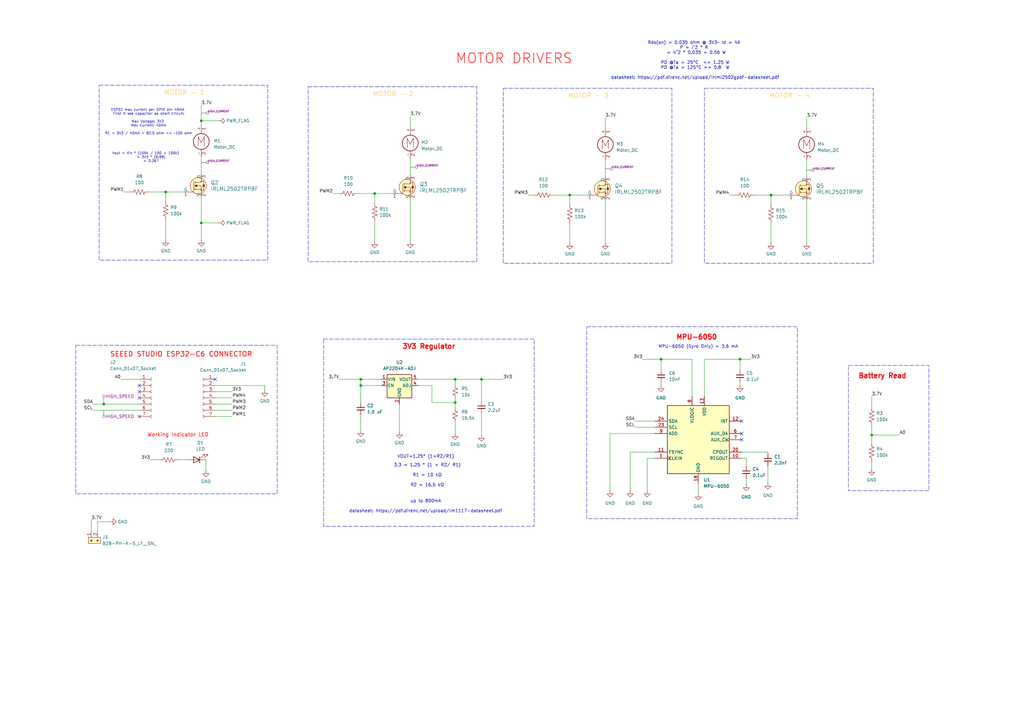
<source format=kicad_sch>
(kicad_sch (version 20250114) (generator "eeschema") (generator_version "9.0")
  (paper "A3")
  (title_block (title "ESP32 Drone ") (company "Atik Electronic") (comment 1 "Emir Kılıçaslan"))
  (lib_symbols
    (symbol "Connector:Conn_01x07_Socket" (pin_names (offset 1.016) (hide yes))
      (property "Reference" "J" (at 0 10.16 0))
      (property "Value" "Conn_01x07_Socket" (at 0 -10.16 0))
      (symbol "Conn_01x07_Socket_1_1"
        (polyline (pts (xy -1.27 7.62) (xy -0.508 7.62)) (stroke (width 0.1524)))
        (polyline (pts (xy -1.27 5.08) (xy -0.508 5.08)) (stroke (width 0.1524)))
        (polyline (pts (xy -1.27 2.54) (xy -0.508 2.54)) (stroke (width 0.1524)))
        (polyline (pts (xy -1.27 0) (xy -0.508 0)) (stroke (width 0.1524)))
        (polyline (pts (xy -1.27 -2.54) (xy -0.508 -2.54)) (stroke (width 0.1524)))
        (polyline (pts (xy -1.27 -5.08) (xy -0.508 -5.08)) (stroke (width 0.1524)))
        (polyline (pts (xy -1.27 -7.62) (xy -0.508 -7.62)) (stroke (width 0.1524)))
        (arc (start 0 7.112) (mid -0.5058 7.62) (end 0 8.128) (stroke (width 0.1524)))
        (arc (start 0 4.572) (mid -0.5058 5.08) (end 0 5.588) (stroke (width 0.1524)))
        (arc (start 0 2.032) (mid -0.5058 2.54) (end 0 3.048) (stroke (width 0.1524)))
        (arc (start 0 -0.508) (mid -0.5058 0) (end 0 0.508) (stroke (width 0.1524)))
        (arc (start 0 -3.048) (mid -0.5058 -2.54) (end 0 -2.032) (stroke (width 0.1524)))
        (arc (start 0 -5.588) (mid -0.5058 -5.08) (end 0 -4.572) (stroke (width 0.1524)))
        (arc (start 0 -8.128) (mid -0.5058 -7.62) (end 0 -7.112) (stroke (width 0.1524)))
        (pin passive line (at -5.08 7.62 0) (length 3.81) (name "Pin_1") (number "1"))
        (pin passive line (at -5.08 5.08 0) (length 3.81) (name "Pin_2") (number "2"))
        (pin passive line (at -5.08 2.54 0) (length 3.81) (name "Pin_3") (number "3"))
        (pin passive line (at -5.08 0 0) (length 3.81) (name "Pin_4") (number "4"))
        (pin passive line (at -5.08 -2.54 0) (length 3.81) (name "Pin_5") (number "5"))
        (pin passive line (at -5.08 -5.08 0) (length 3.81) (name "Pin_6") (number "6"))
        (pin passive line (at -5.08 -7.62 0) (length 3.81) (name "Pin_7") (number "7"))
      )
    )
    (symbol "Device:C_Small" (pin_numbers (hide yes)) (pin_names (offset 0.254) (hide yes))
      (property "Reference" "C" (at 0.254 1.778 0))
      (property "Value" "C_Small" (at 0.254 -2.032 0))
      (symbol "C_Small_0_1"
        (polyline (pts (xy -1.524 0.508) (xy 1.524 0.508)) (stroke (width 0.3048)))
        (polyline (pts (xy -1.524 -0.508) (xy 1.524 -0.508)) (stroke (width 0.3302)))
      )
      (symbol "C_Small_1_1"
        (pin passive line (at 0 2.54 270) (length 2.032) (name "~") (number "1"))
        (pin passive line (at 0 -2.54 90) (length 2.032) (name "~") (number "2"))
      )
    )
    (symbol "Device:LED" (pin_numbers (hide yes)) (pin_names (offset 1.016) (hide yes))
      (property "Reference" "D" (at 0 2.54 0))
      (property "Value" "LED" (at 0 -2.54 0))
      (symbol "LED_0_1"
        (polyline (pts (xy -3.048 -0.762) (xy -4.572 -2.286) (xy -3.81 -2.286) (xy -4.572 -2.286) (xy -4.572 -1.524)))
        (polyline (pts (xy -1.778 -0.762) (xy -3.302 -2.286) (xy -2.54 -2.286) (xy -3.302 -2.286) (xy -3.302 -1.524)))
        (polyline (pts (xy -1.27 0) (xy 1.27 0)))
        (polyline (pts (xy -1.27 -1.27) (xy -1.27 1.27)) (stroke (width 0.254)))
        (polyline (pts (xy 1.27 -1.27) (xy 1.27 1.27) (xy -1.27 0) (xy 1.27 -1.27)) (stroke (width 0.254)))
      )
      (symbol "LED_1_1"
        (pin passive line (at -3.81 0 0) (length 2.54) (name "K") (number "1"))
        (pin passive line (at 3.81 0 180) (length 2.54) (name "A") (number "2"))
      )
    )
    (symbol "Device:R_Small_US" (pin_numbers (hide yes)) (pin_names (offset 0.254) (hide yes))
      (property "Reference" "R" (at 0.762 0.508 0))
      (property "Value" "R_Small_US" (at 0.762 -1.016 0))
      (symbol "R_Small_US_1_1"
        (polyline (pts (xy 0 1.524) (xy 1.016 1.143) (xy 0 0.762) (xy -1.016 0.381) (xy 0 0)))
        (polyline (pts (xy 0 0) (xy 1.016 -0.381) (xy 0 -0.762) (xy -1.016 -1.143) (xy 0 -1.524)))
        (pin passive line (at 0 2.54 270) (length 1.016) (name "~") (number "1"))
        (pin passive line (at 0 -2.54 90) (length 1.016) (name "~") (number "2"))
      )
    )
    (symbol "Device:R_US" (pin_numbers (hide yes)) (pin_names (offset 0))
      (property "Reference" "R" (at 2.54 0 90))
      (property "Value" "R_US" (at -2.54 0 90))
      (symbol "R_US_0_1"
        (polyline (pts (xy 0 2.286) (xy 0 2.54)))
        (polyline (pts (xy 0 2.286) (xy 1.016 1.905) (xy 0 1.524) (xy -1.016 1.143) (xy 0 0.762)))
        (polyline (pts (xy 0 0.762) (xy 1.016 0.381) (xy 0 0) (xy -1.016 -0.381) (xy 0 -0.762)))
        (polyline (pts (xy 0 -0.762) (xy 1.016 -1.143) (xy 0 -1.524) (xy -1.016 -1.905) (xy 0 -2.286)))
        (polyline (pts (xy 0 -2.286) (xy 0 -2.54)))
      )
      (symbol "R_US_1_1"
        (pin passive line (at 0 3.81 270) (length 1.27) (name "~") (number "1"))
        (pin passive line (at 0 -3.81 90) (length 1.27) (name "~") (number "2"))
      )
    )
    (symbol "Motor:Motor_DC" (pin_names (offset 0))
      (property "Reference" "M" (at 2.54 2.54 0))
      (property "Value" "Motor_DC" (at 2.54 -5.08 0))
      (symbol "Motor_DC_0_0"
        (polyline (pts (xy -1.27 -3.302) (xy -1.27 0.508) (xy 0 -2.032) (xy 1.27 0.508) (xy 1.27 -3.302)))
      )
      (symbol "Motor_DC_0_1"
        (polyline (pts (xy 0 2.032) (xy 0 2.54)))
        (polyline (pts (xy 0 1.7272) (xy 0 2.0828)))
        (circle (center 0 -1.524) (radius 3.2512) (stroke (width 0.254)))
        (polyline (pts (xy 0 -4.7752) (xy 0 -5.1816)))
        (polyline (pts (xy 0 -7.62) (xy 0 -7.112)))
      )
      (symbol "Motor_DC_1_1"
        (pin passive line (at 0 5.08 270) (length 2.54) (name "+") (number "1"))
        (pin passive line (at 0 -7.62 90) (length 2.54) (name "-") (number "2"))
      )
    )
    (symbol "Regulator_Linear:AP2204K-ADJ" (pin_names (offset 0.254))
      (property "Reference" "U" (at -5.08 5.715 0))
      (property "Value" "AP2204K-ADJ" (at 0 5.715 0))
      (symbol "AP2204K-ADJ_0_1"
        (rectangle (start -5.08 4.445) (end 5.08 -5.08) (stroke (width 0.254)) (fill (type background)))
      )
      (symbol "AP2204K-ADJ_1_1"
        (pin power_in line (at -7.62 2.54 0) (length 2.54) (name "VIN") (number "1"))
        (pin input line (at -7.62 0 0) (length 2.54) (name "EN") (number "3"))
        (pin power_in line (at 0 -7.62 90) (length 2.54) (name "GND") (number "2"))
        (pin power_out line (at 7.62 2.54 180) (length 2.54) (name "VOUT") (number "5"))
        (pin input line (at 7.62 0 180) (length 2.54) (name "ADJ") (number "4"))
      )
    )
    (symbol "Sensor_Motion:MPU-6050"
      (property "Reference" "U" (at -11.43 13.97 0))
      (property "Value" "MPU-6050" (at 7.62 -15.24 0))
      (symbol "MPU-6050_0_0"
        (text "" (at 12.7 -2.54 0) (effects (font (size 1.27 1.27))))
      )
      (symbol "MPU-6050_0_1"
        (rectangle (start -12.7 13.97) (end 12.7 -13.97) (stroke (width 0.254)) (fill (type background)))
      )
      (symbol "MPU-6050_1_1"
        (pin bidirectional line (at -17.78 7.62 0) (length 5.08) (name "SDA") (number "24"))
        (pin input line (at -17.78 5.08 0) (length 5.08) (name "SCL") (number "23"))
        (pin input line (at -17.78 2.54 0) (length 5.08) (name "AD0") (number "9"))
        (pin input line (at -17.78 -5.08 0) (length 5.08) (name "FSYNC") (number "11"))
        (pin input clock (at -17.78 -7.62 0) (length 5.08) (name "CLKIN") (number "1"))
        (pin no_connect line (at -12.7 12.7 0) (length 2.54) (hide yes) (name "NC") (number "2"))
        (pin no_connect line (at -12.7 10.16 0) (length 2.54) (hide yes) (name "NC") (number "3"))
        (pin no_connect line (at -12.7 0 0) (length 2.54) (hide yes) (name "NC") (number "4"))
        (pin no_connect line (at -12.7 -2.54 0) (length 2.54) (hide yes) (name "NC") (number "5"))
        (pin no_connect line (at -12.7 -10.16 0) (length 2.54) (hide yes) (name "NC") (number "14"))
        (pin power_in line (at -2.54 17.78 270) (length 3.81) (name "VLOGIC") (number "8"))
        (pin power_in line (at 0 -17.78 90) (length 3.81) (name "GND") (number "18"))
        (pin power_in line (at 2.54 17.78 270) (length 3.81) (name "VDD") (number "13"))
        (pin no_connect line (at 12.7 12.7 180) (length 2.54) (hide yes) (name "NC") (number "15"))
        (pin no_connect line (at 12.7 10.16 180) (length 2.54) (hide yes) (name "NC") (number "16"))
        (pin no_connect line (at 12.7 5.08 180) (length 2.54) (hide yes) (name "NC") (number "17"))
        (pin no_connect line (at 12.7 -2.54 180) (length 2.54) (hide yes) (name "RESV") (number "21"))
        (pin no_connect line (at 12.7 -10.16 180) (length 2.54) (hide yes) (name "RESV") (number "19"))
        (pin no_connect line (at 12.7 -12.7 180) (length 2.54) (hide yes) (name "RESV") (number "22"))
        (pin output line (at 17.78 7.62 180) (length 5.08) (name "INT") (number "12"))
        (pin bidirectional line (at 17.78 2.54 180) (length 5.08) (name "AUX_DA") (number "6"))
        (pin output clock (at 17.78 0 180) (length 5.08) (name "AUX_CL") (number "7"))
        (pin passive line (at 17.78 -5.08 180) (length 5.08) (name "CPOUT") (number "20"))
        (pin passive line (at 17.78 -7.62 180) (length 5.08) (name "REGOUT") (number "10"))
      )
    )
    (symbol "dk_Rectangular-Connectors-Headers-Male-Pins:B2B-PH-K-S_LF__SN_" (pin_names (offset 1.016))
      (property "Reference" "J" (at -2.54 1.27 0))
      (property "Value" "B2B-PH-K-S_LF__SN_" (at 1.27 -3.81 0))
      (symbol "B2B-PH-K-S_LF__SN__1_1"
        (rectangle (start -1.27 0) (end 3.81 -2.54) (fill (type background)))
        (rectangle (start -0.254 -1.143) (end 0.254 -1.651) (fill (type outline)))
        (rectangle (start 2.286 -1.143) (end 2.794 -1.651) (fill (type outline)))
        (pin passive line (at 0 2.54 270) (length 2.54) (name "~") (number "1"))
        (pin passive line (at 2.54 2.54 270) (length 2.54) (name "~") (number "2"))
      )
    )
    (symbol "dk_Transistors-FETs-MOSFETs-Single:IRLML2502TRPBF" (pin_names (offset 0))
      (property "Reference" "Q" (at -5.08 5.08 0))
      (property "Value" "IRLML2502TRPBF" (at 3.6068 0 90))
      (symbol "IRLML2502TRPBF_0_1"
        (polyline (pts (xy -5.08 -2.54) (xy -3.048 -2.54) (xy -3.048 1.397)))
        (circle (center -1.27 0) (radius 3.302) (fill (type background)))
        (polyline (pts (xy -0.127 -1.905) (xy 1.016 -1.905) (xy 1.016 1.397) (xy 1.016 1.905) (xy -0.127 1.905)))
        (polyline (pts (xy 0 2.54) (xy 0 1.397) (xy -2.54 1.397)))
        (circle (center 0 1.905) (radius 0.127))
        (polyline (pts (xy 0 -1.397) (xy -2.54 -1.397)))
        (circle (center 0 -1.397) (radius 0.127))
        (circle (center 0 -1.905) (radius 0.127))
        (polyline (pts (xy 0 -2.54) (xy 0 0) (xy -2.54 0)))
      )
      (symbol "IRLML2502TRPBF_1_1"
        (polyline (pts (xy -2.54 1.905) (xy -2.54 0.889)))
        (polyline (pts (xy -2.54 0) (xy -2.54 0.508)))
        (polyline (pts (xy -2.54 0) (xy -2.54 -0.508)))
        (polyline (pts (xy -2.54 0) (xy -1.778 0.508) (xy -1.778 -0.508) (xy -2.54 0)) (fill (type outline)))
        (polyline (pts (xy -2.54 -1.397) (xy -2.54 -0.889)))
        (polyline (pts (xy -2.54 -1.397) (xy -2.54 -1.905)))
        (polyline (pts (xy 1.016 0.508) (xy 0.508 -0.254) (xy 1.524 -0.254) (xy 1.016 0.508)) (fill (type outline)))
        (polyline (pts (xy 1.524 0.508) (xy 0.508 0.508)))
        (pin bidirectional line (at -7.62 -2.54 0) (length 2.54) (name "G") (number "1"))
        (pin bidirectional line (at 0 5.08 270) (length 2.54) (name "D") (number "3"))
        (pin bidirectional line (at 0 -5.08 90) (length 2.54) (name "S") (number "2"))
      )
    )
    (symbol "power:GND" (power) (pin_numbers (hide yes)) (pin_names (offset 0) (hide yes))
      (property "Value" "GND" (at 0 -3.81 0))
      (symbol "GND_0_1"
        (polyline (pts (xy 0 0) (xy 0 -1.27) (xy 1.27 -1.27) (xy 0 -2.54) (xy -1.27 -1.27) (xy 0 -1.27)))
      )
      (symbol "GND_1_1"
        (pin power_in line (at 0 0 270) (length 0) (name "~") (number "1"))
      )
    )
    (symbol "power:PWR_FLAG" (power) (pin_numbers (hide yes)) (pin_names (offset 0) (hide yes))
      (property "Value" "PWR_FLAG" (at 0 3.81 0))
      (symbol "PWR_FLAG_0_0"
        (pin power_out line (at 0 0 90) (length 0) (name "~") (number "1"))
      )
      (symbol "PWR_FLAG_0_1"
        (polyline (pts (xy 0 0) (xy 0 1.27) (xy -1.016 1.905) (xy 0 2.54) (xy 1.016 1.905) (xy 0 1.27)))
      )
    )
  )
  (rectangle (start 132.715 139.065) (end 219.075 215.9) (stroke (width 0) (type dash)))
  (rectangle (start 240.665 133.985) (end 327.025 212.725) (stroke (width 0) (type dash)))
  (rectangle (start 31.115 141.605) (end 113.665 202.565) (stroke (width 0) (type dash)))
  (rectangle (start 126.365 35.56) (end 195.58 107.315) (stroke (width 0) (type dash)))
  (rectangle (start 347.98 149.86) (end 381 201.295) (stroke (width 0) (type dash)))
  (rectangle (start 40.64 34.925) (end 109.855 106.68) (stroke (width 0) (type dash)))
  (rectangle (start 288.925 36.195) (end 358.14 107.95) (stroke (width 0) (type dash)))
  (rectangle (start 206.375 36.195) (end 275.59 107.95) (stroke (width 0) (type dash)))
  (text "3V3 Regulator\n" (at 175.895 142.24 0) (effects (font (size 2 2) (thickness 0.4) (bold yes))))
  (text "MOTOR - 4" (at 323.85 39.37 0) (effects (font (size 1.9 1.9) (thickness 0.1625))))
  (text "Vout = Vin * (100k / 100 + 100k)\n 	 = 3V3 * (0.99)\n	 = 3.267\n\n" (at 59.69 65.405 0) (effects (font (size 1 1) (thickness 0.125))))
  (text "Rds(on) = 0.035 ohm @ 3V3~ Id = 4A \nP = I^2 * R \n  = 4^2 * 0.035 = 0.56 W \n\nPD @Ta = 25°C  => 1.25 W\nPD @Ta = 125°C => 0.8  W\n\ndatasheet: https://pdf.direnc.net/upload/irlml2502gpbf-datasheet.pdf" (at 285.115 24.765 0) (effects (font (size 1.27 1.27) (thickness 0.1588))))
  (text "up to 800mA\n\ndatasheet: https://pdf.direnc.net/upload/lm1117-datasheet.pdf" (at 174.625 207.645 0) (effects (font (size 1.27 1.27))))
  (text "SEEED STUDIO ESP32-C6 CONNECTOR" (at 74.295 145.415 0) (effects (font (size 2 2) (thickness 0.254) (bold yes))))
  (text "MOTOR - 3\n" (at 241.3 39.37 0) (effects (font (size 1.9 1.9) (thickness 0.1625))))
  (text "Battery Read\n" (at 361.95 154.305 0) (effects (font (size 2 2) (thickness 0.4) (bold yes))))
  (text "VOUT=1.25* (1+R2/R1)" (at 174.625 187.325 0) (effects (font (size 1.27 1.27) (thickness 0.1588))))
  (text "MOTOR - 1" (at 75.565 38.1 0) (effects (font (size 1.9 1.9) (thickness 0.1625))))
  (text "ESP32 max current per GPIO pin 40mA \nFirst it see capacitor as short circuit:\n\nMax Voltage: 3V3 \nMax Current: 40mA\n\nR1 = 3V3 / 40mA = 82.5 ohm => ~100 ohm\n\n" (at 60.96 50.8 0) (effects (font (size 1 1) (thickness 0.125))))
  (text "MOTOR - 2\n" (at 161.29 38.735 0) (effects (font (size 1.9 1.9) (thickness 0.1625))))
  (text "MPU-6050 (Gyro Only) = 3.6 mA" (at 286.385 142.24 0) (effects (font (size 1.27 1.27))))
  (text "3.3 = 1.25 * (1 + R2/ R1)\n\nR1 = 10 kΩ\n\nR2 = 16.5 kΩ" (at 175.26 194.945 0) (effects (font (size 1.27 1.27) (thickness 0.1588))))
  (text "MPU-6050\n" (at 285.75 138.43 0) (effects (font (size 2 2) (thickness 0.4) (bold yes))))
  (text "MOTOR DRIVERS" (at 210.82 24.13 0) (effects (font (size 4 4) (thickness 0.254) (bold yes))))
  (text "Working Indicator LED\n" (at 73.025 178.435 0) (effects (font (size 1.5 1.5) (thickness 0.1875))))
  (junction (at 147.955 158.115))
  (junction (at 82.55 49.53))
  (junction (at 186.69 165.1))
  (junction (at 67.945 78.74))
  (junction (at 42.545 165.735))
  (junction (at 186.69 155.575))
  (junction (at 233.68 80.01))
  (junction (at 271.145 147.32))
  (junction (at 303.53 147.32))
  (junction (at 82.55 91.44))
  (junction (at 357.505 178.435))
  (junction (at 153.67 79.375))
  (junction (at 316.23 80.01))
  (junction (at 197.485 155.575))
  (junction (at 147.955 155.575))
  (no_connect (at 304.165 172.72))
  (no_connect (at 304.165 177.8))
  (no_connect (at 57.15 163.195))
  (no_connect (at 88.265 155.575))
  (no_connect (at 57.15 158.115))
  (no_connect (at 57.15 160.655))
  (no_connect (at 57.15 170.815))
  (no_connect (at 304.165 180.34))
  (wire (pts (xy 177.165 165.1) (xy 186.69 165.1)))
  (wire (pts (xy 314.96 185.42) (xy 314.96 186.055)))
  (wire (pts (xy 268.605 187.96) (xy 265.43 187.96)))
  (wire (pts (xy 73.025 188.595) (xy 76.835 188.595)))
  (wire (pts (xy 82.55 49.53) (xy 82.55 51.435)))
  (wire (pts (xy 146.685 79.375) (xy 153.67 79.375)))
  (wire (pts (xy 168.275 64.77) (xy 168.275 71.755)))
  (wire (pts (xy 95.25 168.275) (xy 88.265 168.275)))
  (wire (pts (xy 88.265 165.735) (xy 95.25 165.735)))
  (wire (pts (xy 186.69 172.72) (xy 186.69 177.8)))
  (wire (pts (xy 197.485 169.545) (xy 197.485 178.435)))
  (wire (pts (xy 168.275 81.915) (xy 168.275 99.06)))
  (wire (pts (xy 57.15 155.575) (xy 49.53 155.575)))
  (wire (pts (xy 82.55 64.135) (xy 82.55 71.12)))
  (wire (pts (xy 357.505 162.56) (xy 357.505 167.005)))
  (wire (pts (xy 307.975 147.32) (xy 303.53 147.32)))
  (wire (pts (xy 74.93 78.74) (xy 67.945 78.74)))
  (wire (pts (xy 163.83 165.735) (xy 163.83 177.165)))
  (wire (pts (xy 171.45 155.575) (xy 186.69 155.575)))
  (wire (pts (xy 197.485 155.575) (xy 197.485 164.465)))
  (wire (pts (xy 306.07 187.96) (xy 306.07 191.135)))
  (wire (pts (xy 258.445 185.42) (xy 258.445 201.295)))
  (wire (pts (xy 260.35 172.72) (xy 268.605 172.72)))
  (wire (pts (xy 357.505 178.435) (xy 368.935 178.435)))
  (wire (pts (xy 216.535 80.01) (xy 219.075 80.01)))
  (wire (pts (xy 286.385 198.12) (xy 286.385 202.565)))
  (wire (pts (xy 306.07 196.215) (xy 306.07 198.755)))
  (wire (pts (xy 147.955 155.575) (xy 156.21 155.575)))
  (wire (pts (xy 50.8 78.74) (xy 53.34 78.74)))
  (wire (pts (xy 263.525 147.32) (xy 271.145 147.32)))
  (wire (pts (xy 88.265 170.815) (xy 95.25 170.815)))
  (wire (pts (xy 248.285 82.55) (xy 248.285 99.695)))
  (wire (pts (xy 40.005 217.805) (xy 40.005 213.995)))
  (wire (pts (xy 40.005 213.995) (xy 45.085 213.995)))
  (wire (pts (xy 168.275 47.625) (xy 168.275 52.07)))
  (wire (pts (xy 160.655 79.375) (xy 153.67 79.375)))
  (wire (pts (xy 226.695 80.01) (xy 233.68 80.01)))
  (wire (pts (xy 303.53 147.32) (xy 288.925 147.32)))
  (wire (pts (xy 147.955 158.115) (xy 147.955 165.1)))
  (wire (pts (xy 233.68 80.01) (xy 233.68 83.82)))
  (wire (pts (xy 186.69 155.575) (xy 186.69 158.115)))
  (wire (pts (xy 42.545 165.1) (xy 42.545 165.735)))
  (wire (pts (xy 357.505 178.435) (xy 357.505 181.61)))
  (wire (pts (xy 283.845 147.32) (xy 271.145 147.32)))
  (wire (pts (xy 314.96 191.135) (xy 314.96 198.12)))
  (wire (pts (xy 153.67 79.375) (xy 153.67 83.185)))
  (wire (pts (xy 67.945 78.74) (xy 67.945 82.55)))
  (wire (pts (xy 42.545 165.735) (xy 57.15 165.735)))
  (wire (pts (xy 186.69 165.1) (xy 186.69 167.64)))
  (wire (pts (xy 108.585 158.115) (xy 108.585 160.02)))
  (wire (pts (xy 357.505 189.23) (xy 357.505 192.405)))
  (wire (pts (xy 309.245 80.01) (xy 316.23 80.01)))
  (wire (pts (xy 316.23 80.01) (xy 316.23 83.82)))
  (wire (pts (xy 271.145 147.32) (xy 271.145 151.765)))
  (wire (pts (xy 240.665 80.01) (xy 233.68 80.01)))
  (wire (pts (xy 60.96 78.74) (xy 67.945 78.74)))
  (wire (pts (xy 248.285 48.26) (xy 248.285 52.705)))
  (wire (pts (xy 147.955 170.18) (xy 147.955 176.53)))
  (wire (pts (xy 37.465 213.36) (xy 37.465 217.805)))
  (wire (pts (xy 330.835 48.26) (xy 330.835 52.705)))
  (wire (pts (xy 156.21 158.115) (xy 147.955 158.115)))
  (wire (pts (xy 323.215 80.01) (xy 316.23 80.01)))
  (wire (pts (xy 153.67 90.805) (xy 153.67 99.06)))
  (wire (pts (xy 303.53 147.32) (xy 303.53 151.765)))
  (wire (pts (xy 283.845 162.56) (xy 283.845 147.32)))
  (wire (pts (xy 304.165 185.42) (xy 314.96 185.42)))
  (wire (pts (xy 186.69 163.195) (xy 186.69 165.1)))
  (wire (pts (xy 197.485 155.575) (xy 206.375 155.575)))
  (wire (pts (xy 139.065 155.575) (xy 147.955 155.575)))
  (wire (pts (xy 88.265 158.115) (xy 108.585 158.115)))
  (wire (pts (xy 171.45 158.115) (xy 177.165 158.115)))
  (wire (pts (xy 288.925 147.32) (xy 288.925 162.56)))
  (wire (pts (xy 84.455 188.595) (xy 84.455 193.04)))
  (wire (pts (xy 271.145 156.845) (xy 271.145 158.115)))
  (wire (pts (xy 38.1 168.275) (xy 57.15 168.275)))
  (wire (pts (xy 95.25 163.195) (xy 88.265 163.195)))
  (wire (pts (xy 330.835 65.405) (xy 330.835 72.39)))
  (wire (pts (xy 136.525 79.375) (xy 139.065 79.375)))
  (wire (pts (xy 304.165 187.96) (xy 306.07 187.96)))
  (wire (pts (xy 82.55 43.18) (xy 82.55 49.53)))
  (wire (pts (xy 303.53 156.845) (xy 303.53 158.115)))
  (wire (pts (xy 233.68 91.44) (xy 233.68 99.695)))
  (wire (pts (xy 316.23 91.44) (xy 316.23 99.695)))
  (wire (pts (xy 299.085 80.01) (xy 301.625 80.01)))
  (wire (pts (xy 147.955 155.575) (xy 147.955 158.115)))
  (wire (pts (xy 248.285 65.405) (xy 248.285 72.39)))
  (wire (pts (xy 268.605 177.8) (xy 250.19 177.8)))
  (wire (pts (xy 330.835 82.55) (xy 330.835 99.695)))
  (wire (pts (xy 67.945 90.17) (xy 67.945 98.425)))
  (wire (pts (xy 268.605 185.42) (xy 258.445 185.42)))
  (wire (pts (xy 61.595 188.595) (xy 65.405 188.595)))
  (wire (pts (xy 89.535 91.44) (xy 82.55 91.44)))
  (wire (pts (xy 82.55 91.44) (xy 82.55 98.425)))
  (wire (pts (xy 265.43 187.96) (xy 265.43 201.295)))
  (wire (pts (xy 177.165 158.115) (xy 177.165 165.1)))
  (wire (pts (xy 89.535 49.53) (xy 82.55 49.53)))
  (wire (pts (xy 38.1 165.735) (xy 42.545 165.735)))
  (wire (pts (xy 82.55 81.28) (xy 82.55 91.44)))
  (wire (pts (xy 186.69 155.575) (xy 197.485 155.575)))
  (wire (pts (xy 88.265 160.655) (xy 95.25 160.655)))
  (wire (pts (xy 250.19 177.8) (xy 250.19 201.295)))
  (wire (pts (xy 357.505 174.625) (xy 357.505 178.435)))
  (wire (pts (xy 260.35 175.26) (xy 268.605 175.26)))
  (label "3V3" (at 61.595 188.595 180))
  (label "SCL" (at 260.35 175.26 180))
  (label "3.7V" (at 139.065 155.575 180))
  (label "3V3" (at 307.975 147.32 0))
  (label "PWM2" (at 95.25 168.275 0))
  (label "3V3" (at 95.25 160.655 0))
  (label "PWM3" (at 216.535 80.01 180))
  (label "A0" (at 49.53 155.575 180))
  (label "PWM2" (at 136.525 79.375 180))
  (label "3.7V" (at 82.55 43.18 0))
  (label "SDA" (at 38.1 165.735 180))
  (label "A0" (at 368.935 178.435 0))
  (label "3.7V" (at 248.285 48.26 0))
  (label "SCL" (at 38.1 168.275 180))
  (label "3V3" (at 206.375 155.575 0))
  (label "PWM1" (at 50.8 78.74 180))
  (label "PWM1" (at 95.25 170.815 0))
  (label "PWM4" (at 95.25 163.195 0))
  (label "PWM3" (at 95.25 165.735 0))
  (label "3.7V" (at 37.465 213.36 0))
  (label "3.7V" (at 357.505 162.56 0))
  (label "3V3" (at 263.525 147.32 180))
  (label "3.7V" (at 330.835 48.26 0))
  (label "3.7V" (at 168.275 47.625 0))
  (label "SDA" (at 260.35 172.72 180))
  (label "PWM4" (at 299.085 80.01 180))
  (netclass_flag "" (length 2.54) (shape round) (at 248.285 69.215 270) (property "Netclass" "HIGH_CURRENT" (at 250.825 68.5165 0) (effects (font (size 0.8 0.8)) (justify left))))
  (netclass_flag "" (length 2.54) (shape round) (at 82.55 46.355 270) (property "Netclass" "HIGH_CURRENT" (at 85.09 45.6565 0) (effects (font (size 0.8 0.8)) (justify left))))
  (netclass_flag "" (length 2.54) (shape round) (at 42.545 168.275 180) (property "Netclass" "HIGH_SPEED" (at 43.2435 170.815 0) (effects (justify left))))
  (netclass_flag "" (length 2.54) (shape round) (at 82.55 66.675 270) (property "Netclass" "HIGH_CURRENT" (at 85.09 65.9765 0) (effects (font (size 0.8 0.8)) (justify left))))
  (netclass_flag "" (length 2.54) (shape round) (at 168.275 68.58 270) (property "Netclass" "HIGH_CURRENT" (at 170.815 67.8815 0) (effects (font (size 0.8 0.8)) (justify left))))
  (netclass_flag "" (length 2.54) (shape round) (at 42.545 165.1 0) (property "Netclass" "HIGH_SPEED" (at 43.2435 162.56 0) (effects (justify left))))
  (netclass_flag "" (length 2.54) (shape round) (at 330.835 69.85 270) (property "Netclass" "HIGH_CURRENT" (at 333.375 69.1515 0) (effects (font (size 0.8 0.8)) (justify left))))
  (symbol (lib_id "power:GND") (at 330.835 99.695 0) (unit 1)
    (property "Reference" "#PWR030" (effects (hide yes)))
    (property "Value" "GND" (at 330.835 104.14 0))
    (property "Description" "Power symbol creates a global label with name \"GND\" , ground" (effects (hide yes)))
  )
  (symbol (lib_id "Motor:Motor_DC") (at 168.275 57.15 0) (unit 1)
    (property "Reference" "M2" (at 172.72 58.4199 0) (effects (justify left)))
    (property "Value" "Motor_DC" (at 172.72 60.9599 0) (effects (justify left)))
    (property "Footprint" "Connector_Wire:SolderWire-0.1sqmm_1x02_P3.6mm_D0.4mm_OD1mm" (effects (hide yes)))
    (property "Description" "DC Motor" (effects (hide yes)))
  )
  (symbol (lib_id "power:GND") (at 314.96 198.12 0) (unit 1)
    (property "Reference" "#PWR04" (effects (hide yes)))
    (property "Value" "GND" (at 314.96 203.2 0))
    (property "Description" "Power symbol creates a global label with name \"GND\" , ground" (effects (hide yes)))
  )
  (symbol (lib_id "Device:C_Small") (at 306.07 193.675 0) (unit 1)
    (property "Reference" "C4" (at 308.61 192.4112 0) (effects (justify left)))
    (property "Value" "0.1uF" (at 308.61 194.9512 0) (effects (justify left)))
    (property "Footprint" "Capacitor_SMD:C_0603_1608Metric" (effects (hide yes)))
    (property "Description" "Unpolarized capacitor, small symbol" (effects (hide yes)))
  )
  (symbol (lib_id "Device:R_Small_US") (at 186.69 170.18 0) (unit 1)
    (property "Reference" "R6" (at 189.23 168.9099 0) (effects (justify left)))
    (property "Value" "16.5k" (at 189.23 171.4499 0) (effects (justify left)))
    (property "Footprint" "Resistor_SMD:R_1206_3216Metric" (effects (hide yes)))
    (property "Description" "Resistor, small US symbol" (effects (hide yes)))
  )
  (symbol (lib_id "dk_Transistors-FETs-MOSFETs-Single:IRLML2502TRPBF") (at 248.285 77.47 0) (unit 1)
    (property "Reference" "Q4" (at 252.095 76.1999 0) (effects (font (size 1.524 1.524)) (justify left)))
    (property "Value" "IRLML2502TRPBF" (at 252.095 78.7399 0) (effects (font (size 1.524 1.524)) (justify left)))
    (property "Footprint" "digikey-footprints:SOT-23-3" (effects (hide yes)))
    (property "Datasheet" "https://www.infineon.com/dgdl/irlml2502pbf.pdf?fileId=5546d462533600a401535668048e2606" (effects (hide yes)))
    (property "Description" "MOSFET N-CH 20V 4.2A SOT-23" (effects (hide yes)))
    (property "Digi-Key_PN" "IRLML2502TRPBFCT-ND" (effects (hide yes)))
    (property "MPN" "IRLML2502TRPBF" (effects (hide yes)))
    (property "Category" "Discrete Semiconductor Products" (effects (hide yes)))
    (property "Family" "Transistors - FETs, MOSFETs - Single" (effects (hide yes)))
    (property "DK_Datasheet_Link" "https://www.infineon.com/dgdl/irlml2502pbf.pdf?fileId=5546d462533600a401535668048e2606" (effects (hide yes)))
    (property "DK_Detail_Page" "/product-detail/en/infineon-technologies/IRLML2502TRPBF/IRLML2502TRPBFCT-ND/812502" (effects (hide yes)))
    (property "Description_1" "MOSFET N-CH 20V 4.2A SOT-23" (effects (hide yes)))
    (property "Manufacturer" "Infineon Technologies" (effects (hide yes)))
    (property "Status" "Active" (effects (hide yes)))
  )
  (symbol (lib_id "Device:C_Small") (at 197.485 167.005 0) (unit 1)
    (property "Reference" "C3" (at 200.025 165.7412 0) (effects (justify left)))
    (property "Value" "2.2uF" (at 200.025 168.2812 0) (effects (justify left)))
    (property "Footprint" "Capacitor_SMD:C_0402_1005Metric" (effects (hide yes)))
    (property "Description" "Unpolarized capacitor, small symbol" (effects (hide yes)))
  )
  (symbol (lib_id "Device:C_Small") (at 303.53 154.305 0) (unit 1)
    (property "Reference" "C5" (at 306.07 153.0412 0) (effects (justify left)))
    (property "Value" "0.1uF" (at 306.07 155.5812 0) (effects (justify left)))
    (property "Footprint" "Capacitor_SMD:C_0603_1608Metric" (effects (hide yes)))
    (property "Description" "Unpolarized capacitor, small symbol" (effects (hide yes)))
  )
  (symbol (lib_id "Sensor_Motion:MPU-6050") (at 286.385 180.34 0) (unit 1)
    (property "Reference" "U1" (at 288.5283 196.85 0) (effects (justify left)))
    (property "Value" "MPU-6050" (at 288.5283 199.39 0) (effects (justify left)))
    (property "Footprint" "Sensor_Motion:InvenSense_QFN-24_4x4mm_P0.5mm" (effects (hide yes)))
    (property "Datasheet" "https://invensense.tdk.com/wp-content/uploads/2015/02/MPU-6000-Datasheet1.pdf" (effects (hide yes)))
    (property "Description" "InvenSense 6-Axis Motion Sensor, Gyroscope, Accelerometer, I2C" (effects (hide yes)))
  )
  (symbol (lib_id "Device:C_Small") (at 271.145 154.305 0) (unit 1)
    (property "Reference" "C6" (at 274.32 153.0412 0) (effects (justify left)))
    (property "Value" "10nF" (at 274.32 155.5812 0) (effects (justify left)))
    (property "Footprint" "Capacitor_SMD:C_0402_1005Metric" (effects (hide yes)))
    (property "Description" "Unpolarized capacitor, small symbol" (effects (hide yes)))
  )
  (symbol (lib_id "power:PWR_FLAG") (at 89.535 49.53 270) (unit 1)
    (property "Reference" "#FLG02" (effects (hide yes)))
    (property "Value" "PWR_FLAG" (at 92.71 49.5299 90) (effects (justify left)))
    (property "Description" "Special symbol for telling ERC where power comes from" (effects (hide yes)))
  )
  (symbol (lib_id "Device:C_Small") (at 147.955 167.64 0) (unit 1)
    (property "Reference" "C2" (at 150.495 166.3762 0) (effects (justify left)))
    (property "Value" "1.0 uF" (at 150.495 168.9162 0) (effects (justify left)))
    (property "Footprint" "Capacitor_SMD:C_0603_1608Metric" (effects (hide yes)))
    (property "Description" "Unpolarized capacitor, small symbol" (effects (hide yes)))
  )
  (symbol (lib_id "power:GND") (at 108.585 160.02 0) (unit 1)
    (property "Reference" "#PWR017" (effects (hide yes)))
    (property "Value" "GND" (at 108.585 164.465 0))
    (property "Description" "Power symbol creates a global label with name \"GND\" , ground" (effects (hide yes)))
  )
  (symbol (lib_id "Device:R_US") (at 305.435 80.01 90) (unit 1)
    (property "Reference" "R14" (at 305.435 73.66 90))
    (property "Value" "100" (at 305.435 76.2 90))
    (property "Footprint" "Resistor_SMD:R_0603_1608Metric" (effects (hide yes)))
    (property "Description" "Resistor, US symbol" (effects (hide yes)))
  )
  (symbol (lib_id "Device:R_US") (at 153.67 86.995 180) (unit 1)
    (property "Reference" "R11" (at 155.575 85.7249 0) (effects (justify right)))
    (property "Value" "100k" (at 155.575 88.2649 0) (effects (justify right)))
    (property "Footprint" "Resistor_SMD:R_0603_1608Metric" (effects (hide yes)))
    (property "Description" "Resistor, US symbol" (effects (hide yes)))
  )
  (symbol (lib_id "power:GND") (at 286.385 202.565 0) (unit 1)
    (property "Reference" "#PWR06" (effects (hide yes)))
    (property "Value" "GND" (at 286.385 207.645 0))
    (property "Description" "Power symbol creates a global label with name \"GND\" , ground" (effects (hide yes)))
  )
  (symbol (lib_id "Connector:Conn_01x07_Socket") (at 62.23 163.195 0) (unit 1)
    (property "Reference" "J2" (at 45.085 148.59 0) (effects (justify left)))
    (property "Value" "Conn_01x07_Socket" (at 45.085 151.13 0) (effects (justify left)))
    (property "Footprint" "Connector_PinSocket_2.54mm:PinSocket_1x07_P2.54mm_Vertical" (effects (hide yes)))
    (property "Description" "Generic connector, single row, 01x07, script generated" (effects (hide yes)))
  )
  (symbol (lib_id "power:GND") (at 82.55 98.425 0) (unit 1)
    (property "Reference" "#PWR025" (effects (hide yes)))
    (property "Value" "GND" (at 82.55 102.87 0))
    (property "Description" "Power symbol creates a global label with name \"GND\" , ground" (effects (hide yes)))
  )
  (symbol (lib_id "power:GND") (at 233.68 99.695 0) (unit 1)
    (property "Reference" "#PWR027" (effects (hide yes)))
    (property "Value" "GND" (at 233.68 104.14 0))
    (property "Description" "Power symbol creates a global label with name \"GND\" , ground" (effects (hide yes)))
  )
  (symbol (lib_id "Device:R_US") (at 57.15 78.74 90) (unit 1)
    (property "Reference" "R8" (at 57.15 72.39 90))
    (property "Value" "100" (at 57.15 74.93 90))
    (property "Footprint" "Resistor_SMD:R_0603_1608Metric" (effects (hide yes)))
    (property "Description" "Resistor, US symbol" (effects (hide yes)))
  )
  (symbol (lib_id "power:GND") (at 250.19 201.295 0) (unit 1)
    (property "Reference" "#PWR015" (effects (hide yes)))
    (property "Value" "GND" (at 250.19 206.375 0))
    (property "Description" "Power symbol creates a global label with name \"GND\" , ground" (effects (hide yes)))
  )
  (symbol (lib_id "power:GND") (at 67.945 98.425 0) (unit 1)
    (property "Reference" "#PWR023" (effects (hide yes)))
    (property "Value" "GND" (at 67.945 102.87 0))
    (property "Description" "Power symbol creates a global label with name \"GND\" , ground" (effects (hide yes)))
  )
  (symbol (lib_id "power:GND") (at 186.69 177.8 0) (unit 1)
    (property "Reference" "#PWR011" (effects (hide yes)))
    (property "Value" "GND" (at 186.69 182.245 0))
    (property "Description" "Power symbol creates a global label with name \"GND\" , ground" (effects (hide yes)))
  )
  (symbol (lib_id "power:GND") (at 147.955 176.53 0) (unit 1)
    (property "Reference" "#PWR09" (effects (hide yes)))
    (property "Value" "GND" (at 147.955 180.975 0))
    (property "Description" "Power symbol creates a global label with name \"GND\" , ground" (effects (hide yes)))
  )
  (symbol (lib_id "Motor:Motor_DC") (at 248.285 57.785 0) (unit 1)
    (property "Reference" "M3" (at 252.73 59.0549 0) (effects (justify left)))
    (property "Value" "Motor_DC" (at 252.73 61.5949 0) (effects (justify left)))
    (property "Footprint" "Connector_Wire:SolderWire-0.1sqmm_1x02_P3.6mm_D0.4mm_OD1mm" (effects (hide yes)))
    (property "Description" "DC Motor" (effects (hide yes)))
  )
  (symbol (lib_id "power:GND") (at 84.455 193.04 0) (unit 1)
    (property "Reference" "#PWR020" (effects (hide yes)))
    (property "Value" "GND" (at 84.455 197.485 0))
    (property "Description" "Power symbol creates a global label with name \"GND\" , ground" (effects (hide yes)))
  )
  (symbol (lib_id "dk_Transistors-FETs-MOSFETs-Single:IRLML2502TRPBF") (at 330.835 77.47 0) (unit 1)
    (property "Reference" "Q5" (at 334.645 76.1999 0) (effects (font (size 1.524 1.524)) (justify left)))
    (property "Value" "IRLML2502TRPBF" (at 334.645 78.7399 0) (effects (font (size 1.524 1.524)) (justify left)))
    (property "Footprint" "digikey-footprints:SOT-23-3" (effects (hide yes)))
    (property "Datasheet" "https://www.infineon.com/dgdl/irlml2502pbf.pdf?fileId=5546d462533600a401535668048e2606" (effects (hide yes)))
    (property "Description" "MOSFET N-CH 20V 4.2A SOT-23" (effects (hide yes)))
    (property "Digi-Key_PN" "IRLML2502TRPBFCT-ND" (effects (hide yes)))
    (property "MPN" "IRLML2502TRPBF" (effects (hide yes)))
    (property "Category" "Discrete Semiconductor Products" (effects (hide yes)))
    (property "Family" "Transistors - FETs, MOSFETs - Single" (effects (hide yes)))
    (property "DK_Datasheet_Link" "https://www.infineon.com/dgdl/irlml2502pbf.pdf?fileId=5546d462533600a401535668048e2606" (effects (hide yes)))
    (property "DK_Detail_Page" "/product-detail/en/infineon-technologies/IRLML2502TRPBF/IRLML2502TRPBFCT-ND/812502" (effects (hide yes)))
    (property "Description_1" "MOSFET N-CH 20V 4.2A SOT-23" (effects (hide yes)))
    (property "Manufacturer" "Infineon Technologies" (effects (hide yes)))
    (property "Status" "Active" (effects (hide yes)))
  )
  (symbol (lib_id "power:PWR_FLAG") (at 89.535 91.44 270) (unit 1)
    (property "Reference" "#FLG01" (effects (hide yes)))
    (property "Value" "PWR_FLAG" (at 92.71 91.4399 90) (effects (justify left)))
    (property "Description" "Special symbol for telling ERC where power comes from" (effects (hide yes)))
  )
  (symbol (lib_id "power:GND") (at 316.23 99.695 0) (unit 1)
    (property "Reference" "#PWR029" (effects (hide yes)))
    (property "Value" "GND" (at 316.23 104.14 0))
    (property "Description" "Power symbol creates a global label with name \"GND\" , ground" (effects (hide yes)))
  )
  (symbol (lib_id "power:GND") (at 163.83 177.165 0) (unit 1)
    (property "Reference" "#PWR010" (effects (hide yes)))
    (property "Value" "GND" (at 163.83 181.61 0))
    (property "Description" "Power symbol creates a global label with name \"GND\" , ground" (effects (hide yes)))
  )
  (symbol (lib_id "Motor:Motor_DC") (at 82.55 56.515 0) (unit 1)
    (property "Reference" "M1" (at 87.63 57.7849 0) (effects (justify left)))
    (property "Value" "Motor_DC" (at 87.63 60.3249 0) (effects (justify left)))
    (property "Footprint" "Connector_Wire:SolderWire-0.1sqmm_1x02_P3.6mm_D0.4mm_OD1mm" (effects (hide yes)))
    (property "Description" "DC Motor" (effects (hide yes)))
  )
  (symbol (lib_id "power:GND") (at 168.275 99.06 0) (unit 1)
    (property "Reference" "#PWR026" (effects (hide yes)))
    (property "Value" "GND" (at 168.275 103.505 0))
    (property "Description" "Power symbol creates a global label with name \"GND\" , ground" (effects (hide yes)))
  )
  (symbol (lib_id "Device:C_Small") (at 314.96 188.595 0) (unit 1)
    (property "Reference" "C1" (at 317.5 187.3312 0) (effects (justify left)))
    (property "Value" "2.2nF" (at 317.5 189.8712 0) (effects (justify left)))
    (property "Footprint" "Capacitor_SMD:C_0402_1005Metric" (effects (hide yes)))
    (property "Description" "Unpolarized capacitor, small symbol" (effects (hide yes)))
  )
  (symbol (lib_id "Device:R_US") (at 222.885 80.01 90) (unit 1)
    (property "Reference" "R12" (at 222.885 73.66 90))
    (property "Value" "100" (at 222.885 76.2 90))
    (property "Footprint" "Resistor_SMD:R_0603_1608Metric" (effects (hide yes)))
    (property "Description" "Resistor, US symbol" (effects (hide yes)))
  )
  (symbol (lib_id "Device:R_US") (at 67.945 86.36 180) (unit 1)
    (property "Reference" "R9" (at 69.85 85.0899 0) (effects (justify right)))
    (property "Value" "100k" (at 69.85 87.6299 0) (effects (justify right)))
    (property "Footprint" "Resistor_SMD:R_0603_1608Metric" (effects (hide yes)))
    (property "Description" "Resistor, US symbol" (effects (hide yes)))
  )
  (symbol (lib_id "Device:LED") (at 80.645 188.595 180) (unit 1)
    (property "Reference" "D1" (at 82.2325 181.61 0))
    (property "Value" "LED" (at 82.2325 184.15 0))
    (property "Footprint" "LED_SMD:LED_Everlight-SMD3528_3.5x2.8mm_67-21ST" (effects (hide yes)))
    (property "Description" "Light emitting diode" (effects (hide yes)))
    (property "Sim.Pins" "1=K 2=A" (effects (hide yes)))
  )
  (symbol (lib_id "power:GND") (at 248.285 99.695 0) (unit 1)
    (property "Reference" "#PWR028" (effects (hide yes)))
    (property "Value" "GND" (at 248.285 104.14 0))
    (property "Description" "Power symbol creates a global label with name \"GND\" , ground" (effects (hide yes)))
  )
  (symbol (lib_id "Device:R_US") (at 69.215 188.595 270) (unit 1)
    (property "Reference" "R7" (at 69.215 182.245 90))
    (property "Value" "220" (at 69.215 184.785 90))
    (property "Footprint" "Resistor_SMD:R_0805_2012Metric" (effects (hide yes)))
    (property "Description" "Resistor, US symbol" (effects (hide yes)))
  )
  (symbol (lib_id "Motor:Motor_DC") (at 330.835 57.785 0) (unit 1)
    (property "Reference" "M4" (at 335.28 59.0549 0) (effects (justify left)))
    (property "Value" "Motor_DC" (at 335.28 61.5949 0) (effects (justify left)))
    (property "Footprint" "Connector_Wire:SolderWire-0.1sqmm_1x02_P3.6mm_D0.4mm_OD1mm" (effects (hide yes)))
    (property "Description" "DC Motor" (effects (hide yes)))
  )
  (symbol (lib_id "power:GND") (at 153.67 99.06 0) (unit 1)
    (property "Reference" "#PWR024" (effects (hide yes)))
    (property "Value" "GND" (at 153.67 103.505 0))
    (property "Description" "Power symbol creates a global label with name \"GND\" , ground" (effects (hide yes)))
  )
  (symbol (lib_id "Regulator_Linear:AP2204K-ADJ") (at 163.83 158.115 0) (unit 1)
    (property "Reference" "U2" (at 163.83 148.59 0))
    (property "Value" "AP2204K-ADJ" (at 163.83 151.13 0))
    (property "Footprint" "Package_TO_SOT_SMD:SOT-23-5" (effects (hide yes)))
    (property "Datasheet" "https://www.diodes.com/assets/Datasheets/products_inactive_data/AP2204.pdf" (effects (hide yes)))
    (property "Description" "150mA low dropout adjustable linear regulator, wide input voltage range, SOT-23-5 package" (effects (hide yes)))
  )
  (symbol (lib_id "dk_Rectangular-Connectors-Headers-Male-Pins:B2B-PH-K-S_LF__SN_") (at 37.465 220.345 0) (unit 1)
    (property "Reference" "J3" (at 41.91 220.3449 0) (effects (justify left)))
    (property "Value" "B2B-PH-K-S_LF__SN_" (at 41.91 222.8849 0) (effects (justify left)))
    (property "Footprint" "Connector_JST:JST_PH_S2B-PH-K_1x02_P2.00mm_Horizontal" (effects (hide yes)))
    (property "Datasheet" "http://www.jst-mfg.com/product/pdf/eng/ePH.pdf" (effects (hide yes)))
    (property "Description" "CONN HEADER VERT 2POS 2MM" (effects (hide yes)))
    (property "Digi-Key_PN" "455-1704-ND" (effects (hide yes)))
    (property "MPN" "B2B-PH-K-S(LF)(SN)" (effects (hide yes)))
    (property "Category" "Connectors, Interconnects" (effects (hide yes)))
    (property "Family" "Rectangular Connectors - Headers, Male Pins" (effects (hide yes)))
    (property "DK_Datasheet_Link" "http://www.jst-mfg.com/product/pdf/eng/ePH.pdf" (effects (hide yes)))
    (property "DK_Detail_Page" "/product-detail/en/jst-sales-america-inc/B2B-PH-K-S(LF)(SN)/455-1704-ND/926611" (effects (hide yes)))
    (property "Description_1" "CONN HEADER VERT 2POS 2MM" (effects (hide yes)))
    (property "Manufacturer" "JST Sales America Inc." (effects (hide yes)))
    (property "Status" "Active" (effects (hide yes)))
  )
  (symbol (lib_id "Device:R_Small_US") (at 186.69 160.655 0) (unit 1)
    (property "Reference" "R5" (at 189.23 159.3849 0) (effects (justify left)))
    (property "Value" "10k" (at 189.23 161.9249 0) (effects (justify left)))
    (property "Footprint" "Resistor_SMD:R_1206_3216Metric" (effects (hide yes)))
    (property "Description" "Resistor, small US symbol" (effects (hide yes)))
  )
  (symbol (lib_id "power:GND") (at 45.085 213.995 90) (unit 1)
    (property "Reference" "#PWR022" (effects (hide yes)))
    (property "Value" "GND" (at 48.26 213.9949 90) (effects (justify right)))
    (property "Description" "Power symbol creates a global label with name \"GND\" , ground" (effects (hide yes)))
  )
  (symbol (lib_id "Device:R_US") (at 357.505 170.815 180) (unit 1)
    (property "Reference" "R3" (at 359.41 169.5449 0) (effects (justify right)))
    (property "Value" "100k" (at 359.41 172.0849 0) (effects (justify right)))
    (property "Footprint" "Resistor_SMD:R_0603_1608Metric" (effects (hide yes)))
    (property "Description" "Resistor, US symbol" (effects (hide yes)))
  )
  (symbol (lib_id "Device:R_US") (at 142.875 79.375 90) (unit 1)
    (property "Reference" "R10" (at 142.875 73.025 90))
    (property "Value" "100" (at 142.875 75.565 90))
    (property "Footprint" "Resistor_SMD:R_0603_1608Metric" (effects (hide yes)))
    (property "Description" "Resistor, US symbol" (effects (hide yes)))
  )
  (symbol (lib_id "power:GND") (at 271.145 158.115 0) (unit 1)
    (property "Reference" "#PWR016" (effects (hide yes)))
    (property "Value" "GND" (at 271.145 163.195 0))
    (property "Description" "Power symbol creates a global label with name \"GND\" , ground" (effects (hide yes)))
  )
  (symbol (lib_id "dk_Transistors-FETs-MOSFETs-Single:IRLML2502TRPBF") (at 168.275 76.835 0) (unit 1)
    (property "Reference" "Q3" (at 172.085 75.5649 0) (effects (font (size 1.524 1.524)) (justify left)))
    (property "Value" "IRLML2502TRPBF" (at 172.085 78.1049 0) (effects (font (size 1.524 1.524)) (justify left)))
    (property "Footprint" "digikey-footprints:SOT-23-3" (effects (hide yes)))
    (property "Datasheet" "https://www.infineon.com/dgdl/irlml2502pbf.pdf?fileId=5546d462533600a401535668048e2606" (effects (hide yes)))
    (property "Description" "MOSFET N-CH 20V 4.2A SOT-23" (effects (hide yes)))
    (property "Digi-Key_PN" "IRLML2502TRPBFCT-ND" (effects (hide yes)))
    (property "MPN" "IRLML2502TRPBF" (effects (hide yes)))
    (property "Category" "Discrete Semiconductor Products" (effects (hide yes)))
    (property "Family" "Transistors - FETs, MOSFETs - Single" (effects (hide yes)))
    (property "DK_Datasheet_Link" "https://www.infineon.com/dgdl/irlml2502pbf.pdf?fileId=5546d462533600a401535668048e2606" (effects (hide yes)))
    (property "DK_Detail_Page" "/product-detail/en/infineon-technologies/IRLML2502TRPBF/IRLML2502TRPBFCT-ND/812502" (effects (hide yes)))
    (property "Description_1" "MOSFET N-CH 20V 4.2A SOT-23" (effects (hide yes)))
    (property "Manufacturer" "Infineon Technologies" (effects (hide yes)))
    (property "Status" "Active" (effects (hide yes)))
  )
  (symbol (lib_id "power:GND") (at 197.485 178.435 0) (unit 1)
    (property "Reference" "#PWR012" (effects (hide yes)))
    (property "Value" "GND" (at 197.485 182.88 0))
    (property "Description" "Power symbol creates a global label with name \"GND\" , ground" (effects (hide yes)))
  )
  (symbol (lib_id "Device:R_US") (at 316.23 87.63 180) (unit 1)
    (property "Reference" "R15" (at 318.135 86.3599 0) (effects (justify right)))
    (property "Value" "100k" (at 318.135 88.8999 0) (effects (justify right)))
    (property "Footprint" "Resistor_SMD:R_0603_1608Metric" (effects (hide yes)))
    (property "Description" "Resistor, US symbol" (effects (hide yes)))
  )
  (symbol (lib_id "power:GND") (at 306.07 198.755 0) (unit 1)
    (property "Reference" "#PWR05" (effects (hide yes)))
    (property "Value" "GND" (at 306.07 203.835 0))
    (property "Description" "Power symbol creates a global label with name \"GND\" , ground" (effects (hide yes)))
  )
  (symbol (lib_id "Device:R_US") (at 357.505 185.42 180) (unit 1)
    (property "Reference" "R4" (at 359.41 184.1499 0) (effects (justify right)))
    (property "Value" "100k" (at 359.41 186.6899 0) (effects (justify right)))
    (property "Footprint" "Resistor_SMD:R_0603_1608Metric" (effects (hide yes)))
    (property "Description" "Resistor, US symbol" (effects (hide yes)))
  )
  (symbol (lib_id "dk_Transistors-FETs-MOSFETs-Single:IRLML2502TRPBF") (at 82.55 76.2 0) (unit 1)
    (property "Reference" "Q2" (at 86.36 74.9299 0) (effects (font (size 1.524 1.524)) (justify left)))
    (property "Value" "IRLML2502TRPBF" (at 86.36 77.4699 0) (effects (font (size 1.524 1.524)) (justify left)))
    (property "Footprint" "digikey-footprints:SOT-23-3" (effects (hide yes)))
    (property "Datasheet" "https://www.infineon.com/dgdl/irlml2502pbf.pdf?fileId=5546d462533600a401535668048e2606" (effects (hide yes)))
    (property "Description" "MOSFET N-CH 20V 4.2A SOT-23" (effects (hide yes)))
    (property "Digi-Key_PN" "IRLML2502TRPBFCT-ND" (effects (hide yes)))
    (property "MPN" "IRLML2502TRPBF" (effects (hide yes)))
    (property "Category" "Discrete Semiconductor Products" (effects (hide yes)))
    (property "Family" "Transistors - FETs, MOSFETs - Single" (effects (hide yes)))
    (property "DK_Datasheet_Link" "https://www.infineon.com/dgdl/irlml2502pbf.pdf?fileId=5546d462533600a401535668048e2606" (effects (hide yes)))
    (property "DK_Detail_Page" "/product-detail/en/infineon-technologies/IRLML2502TRPBF/IRLML2502TRPBFCT-ND/812502" (effects (hide yes)))
    (property "Description_1" "MOSFET N-CH 20V 4.2A SOT-23" (effects (hide yes)))
    (property "Manufacturer" "Infineon Technologies" (effects (hide yes)))
    (property "Status" "Active" (effects (hide yes)))
  )
  (symbol (lib_id "Connector:Conn_01x07_Socket") (at 83.185 163.195 0) (mirror y) (unit 1)
    (property "Reference" "J1" (at 100.965 149.225 0) (effects (justify left)))
    (property "Value" "Conn_01x07_Socket" (at 100.965 151.765 0) (effects (justify left)))
    (property "Footprint" "Connector_PinSocket_2.54mm:PinSocket_1x07_P2.54mm_Vertical" (effects (hide yes)))
    (property "Description" "Generic connector, single row, 01x07, script generated" (effects (hide yes)))
  )
  (symbol (lib_id "power:GND") (at 258.445 201.295 0) (unit 1)
    (property "Reference" "#PWR014" (effects (hide yes)))
    (property "Value" "GND" (at 258.445 206.375 0))
    (property "Description" "Power symbol creates a global label with name \"GND\" , ground" (effects (hide yes)))
  )
  (symbol (lib_id "power:GND") (at 357.505 192.405 0) (unit 1)
    (property "Reference" "#PWR019" (effects (hide yes)))
    (property "Value" "GND" (at 357.505 196.85 0))
    (property "Description" "Power symbol creates a global label with name \"GND\" , ground" (effects (hide yes)))
  )
  (symbol (lib_id "power:GND") (at 265.43 201.295 0) (unit 1)
    (property "Reference" "#PWR013" (effects (hide yes)))
    (property "Value" "GND" (at 265.43 206.375 0))
    (property "Description" "Power symbol creates a global label with name \"GND\" , ground" (effects (hide yes)))
  )
  (symbol (lib_id "Device:R_US") (at 233.68 87.63 180) (unit 1)
    (property "Reference" "R13" (at 235.585 86.3599 0) (effects (justify right)))
    (property "Value" "100k" (at 235.585 88.8999 0) (effects (justify right)))
    (property "Footprint" "Resistor_SMD:R_0603_1608Metric" (effects (hide yes)))
    (property "Description" "Resistor, US symbol" (effects (hide yes)))
  )
  (symbol (lib_id "power:GND") (at 303.53 158.115 0) (unit 1)
    (property "Reference" "#PWR07" (effects (hide yes)))
    (property "Value" "GND" (at 303.53 163.195 0))
    (property "Description" "Power symbol creates a global label with name \"GND\" , ground" (effects (hide yes)))
  )
)
</source>
